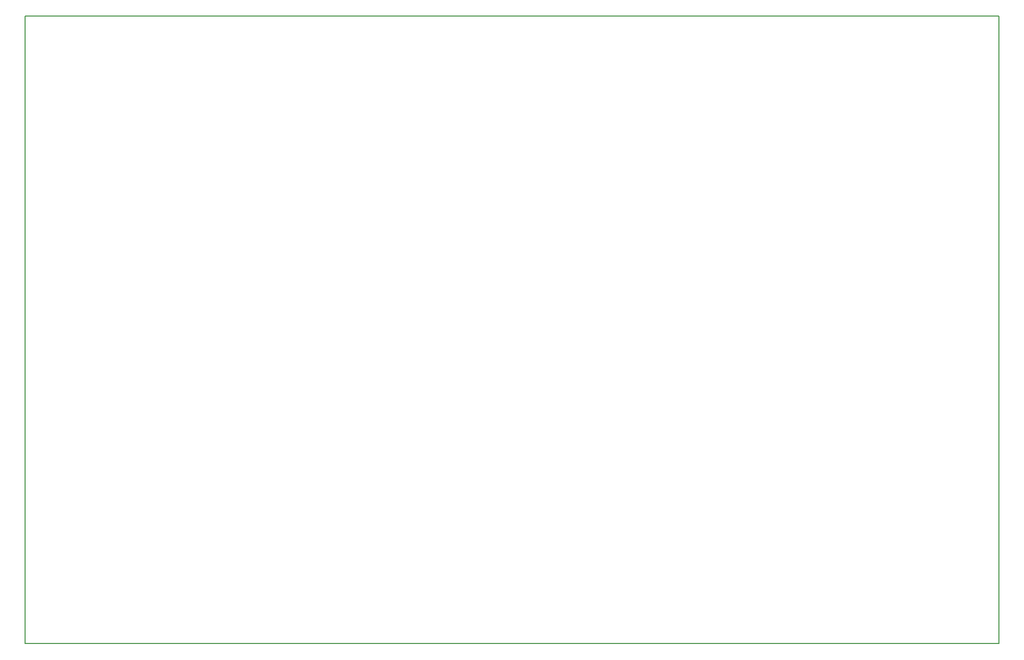
<source format=gbr>
%TF.GenerationSoftware,KiCad,Pcbnew,(6.0.11-0)*%
%TF.CreationDate,2023-03-06T23:41:58+01:00*%
%TF.ProjectId,elements,656c656d-656e-4747-932e-6b696361645f,rev?*%
%TF.SameCoordinates,Original*%
%TF.FileFunction,Profile,NP*%
%FSLAX46Y46*%
G04 Gerber Fmt 4.6, Leading zero omitted, Abs format (unit mm)*
G04 Created by KiCad (PCBNEW (6.0.11-0)) date 2023-03-06 23:41:58*
%MOMM*%
%LPD*%
G01*
G04 APERTURE LIST*
%TA.AperFunction,Profile*%
%ADD10C,0.203200*%
%TD*%
G04 APERTURE END LIST*
D10*
X230733600Y-158026100D02*
X230733600Y-51981100D01*
X230733600Y-51981100D02*
X66268600Y-51981100D01*
X66268600Y-158026100D02*
X230733600Y-158026100D01*
X66268600Y-51981100D02*
X66268600Y-158026100D01*
M02*

</source>
